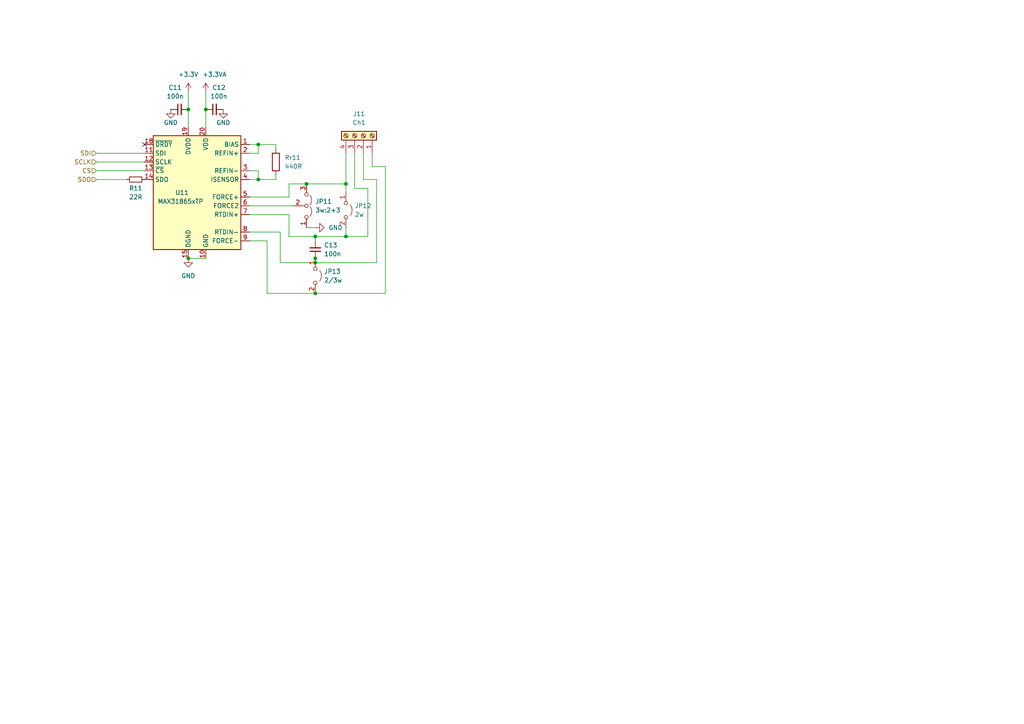
<source format=kicad_sch>
(kicad_sch (version 20211123) (generator eeschema)

  (uuid bf90393a-b609-488b-bc7b-dfc41c41c471)

  (paper "A4")

  (lib_symbols
    (symbol "Connector:Screw_Terminal_01x04" (pin_names (offset 1.016) hide) (in_bom yes) (on_board yes)
      (property "Reference" "J" (id 0) (at 0 5.08 0)
        (effects (font (size 1.27 1.27)))
      )
      (property "Value" "Screw_Terminal_01x04" (id 1) (at 0 -7.62 0)
        (effects (font (size 1.27 1.27)))
      )
      (property "Footprint" "" (id 2) (at 0 0 0)
        (effects (font (size 1.27 1.27)) hide)
      )
      (property "Datasheet" "~" (id 3) (at 0 0 0)
        (effects (font (size 1.27 1.27)) hide)
      )
      (property "ki_keywords" "screw terminal" (id 4) (at 0 0 0)
        (effects (font (size 1.27 1.27)) hide)
      )
      (property "ki_description" "Generic screw terminal, single row, 01x04, script generated (kicad-library-utils/schlib/autogen/connector/)" (id 5) (at 0 0 0)
        (effects (font (size 1.27 1.27)) hide)
      )
      (property "ki_fp_filters" "TerminalBlock*:*" (id 6) (at 0 0 0)
        (effects (font (size 1.27 1.27)) hide)
      )
      (symbol "Screw_Terminal_01x04_1_1"
        (rectangle (start -1.27 3.81) (end 1.27 -6.35)
          (stroke (width 0.254) (type default) (color 0 0 0 0))
          (fill (type background))
        )
        (circle (center 0 -5.08) (radius 0.635)
          (stroke (width 0.1524) (type default) (color 0 0 0 0))
          (fill (type none))
        )
        (circle (center 0 -2.54) (radius 0.635)
          (stroke (width 0.1524) (type default) (color 0 0 0 0))
          (fill (type none))
        )
        (polyline
          (pts
            (xy -0.5334 -4.7498)
            (xy 0.3302 -5.588)
          )
          (stroke (width 0.1524) (type default) (color 0 0 0 0))
          (fill (type none))
        )
        (polyline
          (pts
            (xy -0.5334 -2.2098)
            (xy 0.3302 -3.048)
          )
          (stroke (width 0.1524) (type default) (color 0 0 0 0))
          (fill (type none))
        )
        (polyline
          (pts
            (xy -0.5334 0.3302)
            (xy 0.3302 -0.508)
          )
          (stroke (width 0.1524) (type default) (color 0 0 0 0))
          (fill (type none))
        )
        (polyline
          (pts
            (xy -0.5334 2.8702)
            (xy 0.3302 2.032)
          )
          (stroke (width 0.1524) (type default) (color 0 0 0 0))
          (fill (type none))
        )
        (polyline
          (pts
            (xy -0.3556 -4.572)
            (xy 0.508 -5.4102)
          )
          (stroke (width 0.1524) (type default) (color 0 0 0 0))
          (fill (type none))
        )
        (polyline
          (pts
            (xy -0.3556 -2.032)
            (xy 0.508 -2.8702)
          )
          (stroke (width 0.1524) (type default) (color 0 0 0 0))
          (fill (type none))
        )
        (polyline
          (pts
            (xy -0.3556 0.508)
            (xy 0.508 -0.3302)
          )
          (stroke (width 0.1524) (type default) (color 0 0 0 0))
          (fill (type none))
        )
        (polyline
          (pts
            (xy -0.3556 3.048)
            (xy 0.508 2.2098)
          )
          (stroke (width 0.1524) (type default) (color 0 0 0 0))
          (fill (type none))
        )
        (circle (center 0 0) (radius 0.635)
          (stroke (width 0.1524) (type default) (color 0 0 0 0))
          (fill (type none))
        )
        (circle (center 0 2.54) (radius 0.635)
          (stroke (width 0.1524) (type default) (color 0 0 0 0))
          (fill (type none))
        )
        (pin passive line (at -5.08 2.54 0) (length 3.81)
          (name "Pin_1" (effects (font (size 1.27 1.27))))
          (number "1" (effects (font (size 1.27 1.27))))
        )
        (pin passive line (at -5.08 0 0) (length 3.81)
          (name "Pin_2" (effects (font (size 1.27 1.27))))
          (number "2" (effects (font (size 1.27 1.27))))
        )
        (pin passive line (at -5.08 -2.54 0) (length 3.81)
          (name "Pin_3" (effects (font (size 1.27 1.27))))
          (number "3" (effects (font (size 1.27 1.27))))
        )
        (pin passive line (at -5.08 -5.08 0) (length 3.81)
          (name "Pin_4" (effects (font (size 1.27 1.27))))
          (number "4" (effects (font (size 1.27 1.27))))
        )
      )
    )
    (symbol "Device:C_Small" (pin_numbers hide) (pin_names (offset 0.254) hide) (in_bom yes) (on_board yes)
      (property "Reference" "C" (id 0) (at 0.254 1.778 0)
        (effects (font (size 1.27 1.27)) (justify left))
      )
      (property "Value" "C_Small" (id 1) (at 0.254 -2.032 0)
        (effects (font (size 1.27 1.27)) (justify left))
      )
      (property "Footprint" "" (id 2) (at 0 0 0)
        (effects (font (size 1.27 1.27)) hide)
      )
      (property "Datasheet" "~" (id 3) (at 0 0 0)
        (effects (font (size 1.27 1.27)) hide)
      )
      (property "ki_keywords" "capacitor cap" (id 4) (at 0 0 0)
        (effects (font (size 1.27 1.27)) hide)
      )
      (property "ki_description" "Unpolarized capacitor, small symbol" (id 5) (at 0 0 0)
        (effects (font (size 1.27 1.27)) hide)
      )
      (property "ki_fp_filters" "C_*" (id 6) (at 0 0 0)
        (effects (font (size 1.27 1.27)) hide)
      )
      (symbol "C_Small_0_1"
        (polyline
          (pts
            (xy -1.524 -0.508)
            (xy 1.524 -0.508)
          )
          (stroke (width 0.3302) (type default) (color 0 0 0 0))
          (fill (type none))
        )
        (polyline
          (pts
            (xy -1.524 0.508)
            (xy 1.524 0.508)
          )
          (stroke (width 0.3048) (type default) (color 0 0 0 0))
          (fill (type none))
        )
      )
      (symbol "C_Small_1_1"
        (pin passive line (at 0 2.54 270) (length 2.032)
          (name "~" (effects (font (size 1.27 1.27))))
          (number "1" (effects (font (size 1.27 1.27))))
        )
        (pin passive line (at 0 -2.54 90) (length 2.032)
          (name "~" (effects (font (size 1.27 1.27))))
          (number "2" (effects (font (size 1.27 1.27))))
        )
      )
    )
    (symbol "Device:R" (pin_numbers hide) (pin_names (offset 0)) (in_bom yes) (on_board yes)
      (property "Reference" "R" (id 0) (at 2.032 0 90)
        (effects (font (size 1.27 1.27)))
      )
      (property "Value" "R" (id 1) (at 0 0 90)
        (effects (font (size 1.27 1.27)))
      )
      (property "Footprint" "" (id 2) (at -1.778 0 90)
        (effects (font (size 1.27 1.27)) hide)
      )
      (property "Datasheet" "~" (id 3) (at 0 0 0)
        (effects (font (size 1.27 1.27)) hide)
      )
      (property "ki_keywords" "R res resistor" (id 4) (at 0 0 0)
        (effects (font (size 1.27 1.27)) hide)
      )
      (property "ki_description" "Resistor" (id 5) (at 0 0 0)
        (effects (font (size 1.27 1.27)) hide)
      )
      (property "ki_fp_filters" "R_*" (id 6) (at 0 0 0)
        (effects (font (size 1.27 1.27)) hide)
      )
      (symbol "R_0_1"
        (rectangle (start -1.016 -2.54) (end 1.016 2.54)
          (stroke (width 0.254) (type default) (color 0 0 0 0))
          (fill (type none))
        )
      )
      (symbol "R_1_1"
        (pin passive line (at 0 3.81 270) (length 1.27)
          (name "~" (effects (font (size 1.27 1.27))))
          (number "1" (effects (font (size 1.27 1.27))))
        )
        (pin passive line (at 0 -3.81 90) (length 1.27)
          (name "~" (effects (font (size 1.27 1.27))))
          (number "2" (effects (font (size 1.27 1.27))))
        )
      )
    )
    (symbol "Device:R_Small" (pin_numbers hide) (pin_names (offset 0.254) hide) (in_bom yes) (on_board yes)
      (property "Reference" "R" (id 0) (at 0.762 0.508 0)
        (effects (font (size 1.27 1.27)) (justify left))
      )
      (property "Value" "R_Small" (id 1) (at 0.762 -1.016 0)
        (effects (font (size 1.27 1.27)) (justify left))
      )
      (property "Footprint" "" (id 2) (at 0 0 0)
        (effects (font (size 1.27 1.27)) hide)
      )
      (property "Datasheet" "~" (id 3) (at 0 0 0)
        (effects (font (size 1.27 1.27)) hide)
      )
      (property "ki_keywords" "R resistor" (id 4) (at 0 0 0)
        (effects (font (size 1.27 1.27)) hide)
      )
      (property "ki_description" "Resistor, small symbol" (id 5) (at 0 0 0)
        (effects (font (size 1.27 1.27)) hide)
      )
      (property "ki_fp_filters" "R_*" (id 6) (at 0 0 0)
        (effects (font (size 1.27 1.27)) hide)
      )
      (symbol "R_Small_0_1"
        (rectangle (start -0.762 1.778) (end 0.762 -1.778)
          (stroke (width 0.2032) (type default) (color 0 0 0 0))
          (fill (type none))
        )
      )
      (symbol "R_Small_1_1"
        (pin passive line (at 0 2.54 270) (length 0.762)
          (name "~" (effects (font (size 1.27 1.27))))
          (number "1" (effects (font (size 1.27 1.27))))
        )
        (pin passive line (at 0 -2.54 90) (length 0.762)
          (name "~" (effects (font (size 1.27 1.27))))
          (number "2" (effects (font (size 1.27 1.27))))
        )
      )
    )
    (symbol "Jumper:Jumper_2_Open" (pin_names (offset 0) hide) (in_bom yes) (on_board yes)
      (property "Reference" "JP" (id 0) (at 0 2.794 0)
        (effects (font (size 1.27 1.27)))
      )
      (property "Value" "Jumper_2_Open" (id 1) (at 0 -2.286 0)
        (effects (font (size 1.27 1.27)))
      )
      (property "Footprint" "" (id 2) (at 0 0 0)
        (effects (font (size 1.27 1.27)) hide)
      )
      (property "Datasheet" "~" (id 3) (at 0 0 0)
        (effects (font (size 1.27 1.27)) hide)
      )
      (property "ki_keywords" "Jumper SPST" (id 4) (at 0 0 0)
        (effects (font (size 1.27 1.27)) hide)
      )
      (property "ki_description" "Jumper, 2-pole, open" (id 5) (at 0 0 0)
        (effects (font (size 1.27 1.27)) hide)
      )
      (property "ki_fp_filters" "Jumper* TestPoint*2Pads* TestPoint*Bridge*" (id 6) (at 0 0 0)
        (effects (font (size 1.27 1.27)) hide)
      )
      (symbol "Jumper_2_Open_0_0"
        (circle (center -2.032 0) (radius 0.508)
          (stroke (width 0) (type default) (color 0 0 0 0))
          (fill (type none))
        )
        (circle (center 2.032 0) (radius 0.508)
          (stroke (width 0) (type default) (color 0 0 0 0))
          (fill (type none))
        )
      )
      (symbol "Jumper_2_Open_0_1"
        (arc (start 1.524 1.27) (mid 0 1.778) (end -1.524 1.27)
          (stroke (width 0) (type default) (color 0 0 0 0))
          (fill (type none))
        )
      )
      (symbol "Jumper_2_Open_1_1"
        (pin passive line (at -5.08 0 0) (length 2.54)
          (name "A" (effects (font (size 1.27 1.27))))
          (number "1" (effects (font (size 1.27 1.27))))
        )
        (pin passive line (at 5.08 0 180) (length 2.54)
          (name "B" (effects (font (size 1.27 1.27))))
          (number "2" (effects (font (size 1.27 1.27))))
        )
      )
    )
    (symbol "Jumper:Jumper_3_Open" (pin_names (offset 0) hide) (in_bom yes) (on_board yes)
      (property "Reference" "JP" (id 0) (at -2.54 -2.54 0)
        (effects (font (size 1.27 1.27)))
      )
      (property "Value" "Jumper_3_Open" (id 1) (at 0 2.794 0)
        (effects (font (size 1.27 1.27)))
      )
      (property "Footprint" "" (id 2) (at 0 0 0)
        (effects (font (size 1.27 1.27)) hide)
      )
      (property "Datasheet" "~" (id 3) (at 0 0 0)
        (effects (font (size 1.27 1.27)) hide)
      )
      (property "ki_keywords" "Jumper SPDT" (id 4) (at 0 0 0)
        (effects (font (size 1.27 1.27)) hide)
      )
      (property "ki_description" "Jumper, 3-pole, both open" (id 5) (at 0 0 0)
        (effects (font (size 1.27 1.27)) hide)
      )
      (property "ki_fp_filters" "Jumper* TestPoint*3Pads* TestPoint*Bridge*" (id 6) (at 0 0 0)
        (effects (font (size 1.27 1.27)) hide)
      )
      (symbol "Jumper_3_Open_0_0"
        (circle (center -3.302 0) (radius 0.508)
          (stroke (width 0) (type default) (color 0 0 0 0))
          (fill (type none))
        )
        (circle (center 0 0) (radius 0.508)
          (stroke (width 0) (type default) (color 0 0 0 0))
          (fill (type none))
        )
        (circle (center 3.302 0) (radius 0.508)
          (stroke (width 0) (type default) (color 0 0 0 0))
          (fill (type none))
        )
      )
      (symbol "Jumper_3_Open_0_1"
        (arc (start -0.254 1.016) (mid -1.651 1.4992) (end -3.048 1.016)
          (stroke (width 0) (type default) (color 0 0 0 0))
          (fill (type none))
        )
        (polyline
          (pts
            (xy 0 -0.508)
            (xy 0 -1.27)
          )
          (stroke (width 0) (type default) (color 0 0 0 0))
          (fill (type none))
        )
        (arc (start 3.048 1.016) (mid 1.651 1.4992) (end 0.254 1.016)
          (stroke (width 0) (type default) (color 0 0 0 0))
          (fill (type none))
        )
      )
      (symbol "Jumper_3_Open_1_1"
        (pin passive line (at -6.35 0 0) (length 2.54)
          (name "A" (effects (font (size 1.27 1.27))))
          (number "1" (effects (font (size 1.27 1.27))))
        )
        (pin passive line (at 0 -3.81 90) (length 2.54)
          (name "C" (effects (font (size 1.27 1.27))))
          (number "2" (effects (font (size 1.27 1.27))))
        )
        (pin passive line (at 6.35 0 180) (length 2.54)
          (name "B" (effects (font (size 1.27 1.27))))
          (number "3" (effects (font (size 1.27 1.27))))
        )
      )
    )
    (symbol "Sensor_Temperature:MAX31865xTP" (in_bom yes) (on_board yes)
      (property "Reference" "U" (id 0) (at -11.43 19.05 0)
        (effects (font (size 1.27 1.27)))
      )
      (property "Value" "MAX31865xTP" (id 1) (at 10.16 19.05 0)
        (effects (font (size 1.27 1.27)))
      )
      (property "Footprint" "Package_DFN_QFN:TQFN-20-1EP_5x5mm_P0.65mm_EP3.25x3.25mm" (id 2) (at 3.81 -16.51 0)
        (effects (font (size 1.27 1.27)) (justify left) hide)
      )
      (property "Datasheet" "https://datasheets.maximintegrated.com/en/ds/MAX31865.pdf" (id 3) (at 0 7.62 0)
        (effects (font (size 1.27 1.27)) hide)
      )
      (property "ki_keywords" "RTD SPI Temperature" (id 4) (at 0 0 0)
        (effects (font (size 1.27 1.27)) hide)
      )
      (property "ki_description" "RTD-to-Digital Converter, TQFN-20" (id 5) (at 0 0 0)
        (effects (font (size 1.27 1.27)) hide)
      )
      (property "ki_fp_filters" "TQFN*1EP*5x5mm*P0.65mm*" (id 6) (at 0 0 0)
        (effects (font (size 1.27 1.27)) hide)
      )
      (symbol "MAX31865xTP_0_1"
        (rectangle (start -12.7 17.78) (end 12.7 -15.24)
          (stroke (width 0.254) (type default) (color 0 0 0 0))
          (fill (type background))
        )
      )
      (symbol "MAX31865xTP_1_1"
        (pin power_out line (at 15.24 15.24 180) (length 2.54)
          (name "BIAS" (effects (font (size 1.27 1.27))))
          (number "1" (effects (font (size 1.27 1.27))))
        )
        (pin power_in line (at 2.54 -17.78 90) (length 2.54)
          (name "GND" (effects (font (size 1.27 1.27))))
          (number "10" (effects (font (size 1.27 1.27))))
        )
        (pin input line (at -15.24 12.7 0) (length 2.54)
          (name "SDI" (effects (font (size 1.27 1.27))))
          (number "11" (effects (font (size 1.27 1.27))))
        )
        (pin input line (at -15.24 10.16 0) (length 2.54)
          (name "SCLK" (effects (font (size 1.27 1.27))))
          (number "12" (effects (font (size 1.27 1.27))))
        )
        (pin input line (at -15.24 7.62 0) (length 2.54)
          (name "~{CS}" (effects (font (size 1.27 1.27))))
          (number "13" (effects (font (size 1.27 1.27))))
        )
        (pin tri_state line (at -15.24 5.08 0) (length 2.54)
          (name "SDO" (effects (font (size 1.27 1.27))))
          (number "14" (effects (font (size 1.27 1.27))))
        )
        (pin power_in line (at -2.54 -17.78 90) (length 2.54)
          (name "DGND" (effects (font (size 1.27 1.27))))
          (number "15" (effects (font (size 1.27 1.27))))
        )
        (pin passive line (at 2.54 -17.78 90) (length 2.54) hide
          (name "GND" (effects (font (size 1.27 1.27))))
          (number "16" (effects (font (size 1.27 1.27))))
        )
        (pin no_connect line (at -12.7 -2.54 0) (length 2.54) hide
          (name "NC" (effects (font (size 1.27 1.27))))
          (number "17" (effects (font (size 1.27 1.27))))
        )
        (pin output line (at -15.24 15.24 0) (length 2.54)
          (name "~{DRDY}" (effects (font (size 1.27 1.27))))
          (number "18" (effects (font (size 1.27 1.27))))
        )
        (pin power_in line (at -2.54 20.32 270) (length 2.54)
          (name "DVDD" (effects (font (size 1.27 1.27))))
          (number "19" (effects (font (size 1.27 1.27))))
        )
        (pin input line (at 15.24 12.7 180) (length 2.54)
          (name "REFIN+" (effects (font (size 1.27 1.27))))
          (number "2" (effects (font (size 1.27 1.27))))
        )
        (pin power_in line (at 2.54 20.32 270) (length 2.54)
          (name "VDD" (effects (font (size 1.27 1.27))))
          (number "20" (effects (font (size 1.27 1.27))))
        )
        (pin passive line (at 2.54 -17.78 90) (length 2.54) hide
          (name "GND" (effects (font (size 1.27 1.27))))
          (number "21" (effects (font (size 1.27 1.27))))
        )
        (pin input line (at 15.24 7.62 180) (length 2.54)
          (name "REFIN-" (effects (font (size 1.27 1.27))))
          (number "3" (effects (font (size 1.27 1.27))))
        )
        (pin passive line (at 15.24 5.08 180) (length 2.54)
          (name "ISENSOR" (effects (font (size 1.27 1.27))))
          (number "4" (effects (font (size 1.27 1.27))))
        )
        (pin passive line (at 15.24 0 180) (length 2.54)
          (name "FORCE+" (effects (font (size 1.27 1.27))))
          (number "5" (effects (font (size 1.27 1.27))))
        )
        (pin input line (at 15.24 -2.54 180) (length 2.54)
          (name "FORCE2" (effects (font (size 1.27 1.27))))
          (number "6" (effects (font (size 1.27 1.27))))
        )
        (pin input line (at 15.24 -5.08 180) (length 2.54)
          (name "RTDIN+" (effects (font (size 1.27 1.27))))
          (number "7" (effects (font (size 1.27 1.27))))
        )
        (pin input line (at 15.24 -10.16 180) (length 2.54)
          (name "RTDIN-" (effects (font (size 1.27 1.27))))
          (number "8" (effects (font (size 1.27 1.27))))
        )
        (pin power_out line (at 15.24 -12.7 180) (length 2.54)
          (name "FORCE-" (effects (font (size 1.27 1.27))))
          (number "9" (effects (font (size 1.27 1.27))))
        )
      )
    )
    (symbol "power:+3.3V" (power) (pin_names (offset 0)) (in_bom yes) (on_board yes)
      (property "Reference" "#PWR" (id 0) (at 0 -3.81 0)
        (effects (font (size 1.27 1.27)) hide)
      )
      (property "Value" "+3.3V" (id 1) (at 0 3.556 0)
        (effects (font (size 1.27 1.27)))
      )
      (property "Footprint" "" (id 2) (at 0 0 0)
        (effects (font (size 1.27 1.27)) hide)
      )
      (property "Datasheet" "" (id 3) (at 0 0 0)
        (effects (font (size 1.27 1.27)) hide)
      )
      (property "ki_keywords" "power-flag" (id 4) (at 0 0 0)
        (effects (font (size 1.27 1.27)) hide)
      )
      (property "ki_description" "Power symbol creates a global label with name \"+3.3V\"" (id 5) (at 0 0 0)
        (effects (font (size 1.27 1.27)) hide)
      )
      (symbol "+3.3V_0_1"
        (polyline
          (pts
            (xy -0.762 1.27)
            (xy 0 2.54)
          )
          (stroke (width 0) (type default) (color 0 0 0 0))
          (fill (type none))
        )
        (polyline
          (pts
            (xy 0 0)
            (xy 0 2.54)
          )
          (stroke (width 0) (type default) (color 0 0 0 0))
          (fill (type none))
        )
        (polyline
          (pts
            (xy 0 2.54)
            (xy 0.762 1.27)
          )
          (stroke (width 0) (type default) (color 0 0 0 0))
          (fill (type none))
        )
      )
      (symbol "+3.3V_1_1"
        (pin power_in line (at 0 0 90) (length 0) hide
          (name "+3.3V" (effects (font (size 1.27 1.27))))
          (number "1" (effects (font (size 1.27 1.27))))
        )
      )
    )
    (symbol "power:+3.3VA" (power) (pin_names (offset 0)) (in_bom yes) (on_board yes)
      (property "Reference" "#PWR" (id 0) (at 0 -3.81 0)
        (effects (font (size 1.27 1.27)) hide)
      )
      (property "Value" "+3.3VA" (id 1) (at 0 3.556 0)
        (effects (font (size 1.27 1.27)))
      )
      (property "Footprint" "" (id 2) (at 0 0 0)
        (effects (font (size 1.27 1.27)) hide)
      )
      (property "Datasheet" "" (id 3) (at 0 0 0)
        (effects (font (size 1.27 1.27)) hide)
      )
      (property "ki_keywords" "power-flag" (id 4) (at 0 0 0)
        (effects (font (size 1.27 1.27)) hide)
      )
      (property "ki_description" "Power symbol creates a global label with name \"+3.3VA\"" (id 5) (at 0 0 0)
        (effects (font (size 1.27 1.27)) hide)
      )
      (symbol "+3.3VA_0_1"
        (polyline
          (pts
            (xy -0.762 1.27)
            (xy 0 2.54)
          )
          (stroke (width 0) (type default) (color 0 0 0 0))
          (fill (type none))
        )
        (polyline
          (pts
            (xy 0 0)
            (xy 0 2.54)
          )
          (stroke (width 0) (type default) (color 0 0 0 0))
          (fill (type none))
        )
        (polyline
          (pts
            (xy 0 2.54)
            (xy 0.762 1.27)
          )
          (stroke (width 0) (type default) (color 0 0 0 0))
          (fill (type none))
        )
      )
      (symbol "+3.3VA_1_1"
        (pin power_in line (at 0 0 90) (length 0) hide
          (name "+3.3VA" (effects (font (size 1.27 1.27))))
          (number "1" (effects (font (size 1.27 1.27))))
        )
      )
    )
    (symbol "power:GND" (power) (pin_names (offset 0)) (in_bom yes) (on_board yes)
      (property "Reference" "#PWR" (id 0) (at 0 -6.35 0)
        (effects (font (size 1.27 1.27)) hide)
      )
      (property "Value" "GND" (id 1) (at 0 -3.81 0)
        (effects (font (size 1.27 1.27)))
      )
      (property "Footprint" "" (id 2) (at 0 0 0)
        (effects (font (size 1.27 1.27)) hide)
      )
      (property "Datasheet" "" (id 3) (at 0 0 0)
        (effects (font (size 1.27 1.27)) hide)
      )
      (property "ki_keywords" "power-flag" (id 4) (at 0 0 0)
        (effects (font (size 1.27 1.27)) hide)
      )
      (property "ki_description" "Power symbol creates a global label with name \"GND\" , ground" (id 5) (at 0 0 0)
        (effects (font (size 1.27 1.27)) hide)
      )
      (symbol "GND_0_1"
        (polyline
          (pts
            (xy 0 0)
            (xy 0 -1.27)
            (xy 1.27 -1.27)
            (xy 0 -2.54)
            (xy -1.27 -1.27)
            (xy 0 -1.27)
          )
          (stroke (width 0) (type default) (color 0 0 0 0))
          (fill (type none))
        )
      )
      (symbol "GND_1_1"
        (pin power_in line (at 0 0 270) (length 0) hide
          (name "GND" (effects (font (size 1.27 1.27))))
          (number "1" (effects (font (size 1.27 1.27))))
        )
      )
    )
  )

  (junction (at 91.44 76.2) (diameter 0) (color 0 0 0 0)
    (uuid 0a94c809-f81f-4e3a-a4ef-640e3a1bc8d5)
  )
  (junction (at 54.61 74.93) (diameter 0) (color 0 0 0 0)
    (uuid 0f5609e9-a793-479a-90c4-b56fa6eaf48b)
  )
  (junction (at 59.69 31.75) (diameter 0) (color 0 0 0 0)
    (uuid 1736d52b-53e0-4296-9a43-6c1ae7af01b1)
  )
  (junction (at 100.33 68.58) (diameter 0) (color 0 0 0 0)
    (uuid 3c9dc5e9-b9fe-411e-b955-2e348adec4f8)
  )
  (junction (at 88.9 53.34) (diameter 0) (color 0 0 0 0)
    (uuid 44330437-16f9-44b9-8dae-bef1e08bc297)
  )
  (junction (at 91.44 68.58) (diameter 0) (color 0 0 0 0)
    (uuid 6f82912a-1640-435a-b949-d690de07b2bd)
  )
  (junction (at 74.93 41.91) (diameter 0) (color 0 0 0 0)
    (uuid 717147b1-abcb-4a42-bdbf-cf244d720cb6)
  )
  (junction (at 54.61 31.75) (diameter 0) (color 0 0 0 0)
    (uuid 74928482-b4b7-46a0-a319-f7d2a266fcba)
  )
  (junction (at 100.33 53.34) (diameter 0) (color 0 0 0 0)
    (uuid 7a5ff0dc-e0c0-4a85-8299-8104db1d59f8)
  )
  (junction (at 91.44 85.09) (diameter 0) (color 0 0 0 0)
    (uuid 8f0b7471-9c19-4460-a56f-6788a9f1bd6e)
  )
  (junction (at 91.44 74.93) (diameter 0) (color 0 0 0 0)
    (uuid a565a1b7-2c03-4dfa-acb9-11ec8009a121)
  )
  (junction (at 74.93 52.07) (diameter 0) (color 0 0 0 0)
    (uuid ad23efdd-97d3-4b62-a111-26c878996251)
  )

  (no_connect (at 41.91 41.91) (uuid 7dc8e084-2445-48c4-90fc-eb10bf4aacdf))

  (wire (pts (xy 100.33 53.34) (xy 100.33 55.88))
    (stroke (width 0) (type default) (color 0 0 0 0))
    (uuid 01c7e590-e572-4c58-b3ef-5c9eb553c62f)
  )
  (wire (pts (xy 91.44 76.2) (xy 109.22 76.2))
    (stroke (width 0) (type default) (color 0 0 0 0))
    (uuid 0216fefb-3919-4c76-b244-579789b7ed99)
  )
  (wire (pts (xy 80.01 52.07) (xy 74.93 52.07))
    (stroke (width 0) (type default) (color 0 0 0 0))
    (uuid 08b2a568-2618-4cde-9d09-7452b8ffad48)
  )
  (wire (pts (xy 59.69 31.75) (xy 59.69 36.83))
    (stroke (width 0) (type default) (color 0 0 0 0))
    (uuid 0b0c5191-0c9e-4a03-b7fd-396290f4d93e)
  )
  (wire (pts (xy 54.61 26.67) (xy 54.61 31.75))
    (stroke (width 0) (type default) (color 0 0 0 0))
    (uuid 12712fc7-87af-4e76-aced-70c8595996b3)
  )
  (wire (pts (xy 27.94 52.07) (xy 36.83 52.07))
    (stroke (width 0) (type default) (color 0 0 0 0))
    (uuid 23c1735f-66de-4b8c-bb8c-adf0240c843b)
  )
  (wire (pts (xy 27.94 46.99) (xy 41.91 46.99))
    (stroke (width 0) (type default) (color 0 0 0 0))
    (uuid 26c4a8d5-883e-42dc-94fa-3f9d99289205)
  )
  (wire (pts (xy 91.44 68.58) (xy 100.33 68.58))
    (stroke (width 0) (type default) (color 0 0 0 0))
    (uuid 28c05577-a0ca-4596-b3d7-1e3e683919d9)
  )
  (wire (pts (xy 111.76 48.26) (xy 107.95 48.26))
    (stroke (width 0) (type default) (color 0 0 0 0))
    (uuid 2b7eb506-b5ef-4edd-be68-c5958ef5828b)
  )
  (wire (pts (xy 83.82 62.23) (xy 83.82 68.58))
    (stroke (width 0) (type default) (color 0 0 0 0))
    (uuid 31145804-0fa9-4ad9-b27d-0169bab970be)
  )
  (wire (pts (xy 77.47 85.09) (xy 91.44 85.09))
    (stroke (width 0) (type default) (color 0 0 0 0))
    (uuid 44bdd448-6c80-486a-aa37-ab48d2cd0fb4)
  )
  (wire (pts (xy 106.68 68.58) (xy 106.68 54.61))
    (stroke (width 0) (type default) (color 0 0 0 0))
    (uuid 4d2420be-c342-429b-8c2e-aae68ffa64dd)
  )
  (wire (pts (xy 72.39 69.85) (xy 77.47 69.85))
    (stroke (width 0) (type default) (color 0 0 0 0))
    (uuid 4ef95cb8-2e04-4b4b-bf08-52769b0fc15b)
  )
  (wire (pts (xy 91.44 66.04) (xy 88.9 66.04))
    (stroke (width 0) (type default) (color 0 0 0 0))
    (uuid 5802ce44-f51e-4394-b7c6-3d9cfebfd722)
  )
  (wire (pts (xy 109.22 76.2) (xy 109.22 52.07))
    (stroke (width 0) (type default) (color 0 0 0 0))
    (uuid 5a296698-0cce-48f4-9116-cd70919633cd)
  )
  (wire (pts (xy 83.82 68.58) (xy 91.44 68.58))
    (stroke (width 0) (type default) (color 0 0 0 0))
    (uuid 60ba5ad0-68f2-4b39-9aa0-bf3055601af1)
  )
  (wire (pts (xy 72.39 62.23) (xy 83.82 62.23))
    (stroke (width 0) (type default) (color 0 0 0 0))
    (uuid 60e67881-c213-438a-b9d5-2ab8227c2e96)
  )
  (wire (pts (xy 81.28 67.31) (xy 81.28 76.2))
    (stroke (width 0) (type default) (color 0 0 0 0))
    (uuid 64599969-3692-4c2b-9436-6ad413c80570)
  )
  (wire (pts (xy 91.44 69.85) (xy 91.44 68.58))
    (stroke (width 0) (type default) (color 0 0 0 0))
    (uuid 649cef6a-138c-42b0-bf95-b91939442972)
  )
  (wire (pts (xy 74.93 49.53) (xy 74.93 52.07))
    (stroke (width 0) (type default) (color 0 0 0 0))
    (uuid 65ab8187-8e7c-46ab-ba44-a57e860e3ac1)
  )
  (wire (pts (xy 88.9 53.34) (xy 100.33 53.34))
    (stroke (width 0) (type default) (color 0 0 0 0))
    (uuid 65b81aeb-9259-4ad9-93d6-dcc5f8314ba4)
  )
  (wire (pts (xy 100.33 44.45) (xy 100.33 53.34))
    (stroke (width 0) (type default) (color 0 0 0 0))
    (uuid 6bd80e2c-2c84-4c14-8743-8b7346fa357b)
  )
  (wire (pts (xy 59.69 26.67) (xy 59.69 31.75))
    (stroke (width 0) (type default) (color 0 0 0 0))
    (uuid 70e404d1-ff03-40c5-8e11-0fbede7e0903)
  )
  (wire (pts (xy 27.94 44.45) (xy 41.91 44.45))
    (stroke (width 0) (type default) (color 0 0 0 0))
    (uuid 737f926f-7a0f-4078-a2ae-2bbeb6850aa4)
  )
  (wire (pts (xy 72.39 49.53) (xy 74.93 49.53))
    (stroke (width 0) (type default) (color 0 0 0 0))
    (uuid 79924edb-6ba6-49a7-a3ce-9f30cd88cfb7)
  )
  (wire (pts (xy 80.01 41.91) (xy 80.01 43.18))
    (stroke (width 0) (type default) (color 0 0 0 0))
    (uuid 7d12aaf8-a225-453a-a3b8-3574ed4014a2)
  )
  (wire (pts (xy 83.82 53.34) (xy 88.9 53.34))
    (stroke (width 0) (type default) (color 0 0 0 0))
    (uuid 7d3d0bb3-8102-4ec7-b521-8ecb2edc1784)
  )
  (wire (pts (xy 91.44 85.09) (xy 111.76 85.09))
    (stroke (width 0) (type default) (color 0 0 0 0))
    (uuid 831eef5f-e49c-4456-aece-a9227820df14)
  )
  (wire (pts (xy 106.68 54.61) (xy 102.87 54.61))
    (stroke (width 0) (type default) (color 0 0 0 0))
    (uuid 83c65a77-dc6b-47ac-96cd-71824ac2c254)
  )
  (wire (pts (xy 72.39 57.15) (xy 83.82 57.15))
    (stroke (width 0) (type default) (color 0 0 0 0))
    (uuid 83f91bc1-31fd-412d-b6f2-223c49781fc7)
  )
  (wire (pts (xy 74.93 52.07) (xy 72.39 52.07))
    (stroke (width 0) (type default) (color 0 0 0 0))
    (uuid 9375093d-2ddc-4fc3-88a8-e8a11075f041)
  )
  (wire (pts (xy 105.41 44.45) (xy 105.41 52.07))
    (stroke (width 0) (type default) (color 0 0 0 0))
    (uuid 9ac7b9c5-266f-448d-b631-7b7b9e4f0fda)
  )
  (wire (pts (xy 27.94 49.53) (xy 41.91 49.53))
    (stroke (width 0) (type default) (color 0 0 0 0))
    (uuid ad62d957-0f58-4108-bddc-2f2f17a8a129)
  )
  (wire (pts (xy 100.33 68.58) (xy 100.33 66.04))
    (stroke (width 0) (type default) (color 0 0 0 0))
    (uuid b14303ae-6ec0-4e29-a125-e9943629906d)
  )
  (wire (pts (xy 77.47 69.85) (xy 77.47 85.09))
    (stroke (width 0) (type default) (color 0 0 0 0))
    (uuid b78c24b6-9faa-413c-8beb-5fcc2d230af4)
  )
  (wire (pts (xy 111.76 85.09) (xy 111.76 48.26))
    (stroke (width 0) (type default) (color 0 0 0 0))
    (uuid bca2cd41-e869-4635-b4cd-b9ef9bd51b2c)
  )
  (wire (pts (xy 109.22 52.07) (xy 105.41 52.07))
    (stroke (width 0) (type default) (color 0 0 0 0))
    (uuid bcea13d8-bbaf-4094-99c2-13728a858d7b)
  )
  (wire (pts (xy 74.93 44.45) (xy 74.93 41.91))
    (stroke (width 0) (type default) (color 0 0 0 0))
    (uuid be87e4f5-118e-4728-b1b2-dbca4df14577)
  )
  (wire (pts (xy 80.01 50.8) (xy 80.01 52.07))
    (stroke (width 0) (type default) (color 0 0 0 0))
    (uuid c0ec7782-8d9f-425a-b53c-e961fb23533c)
  )
  (wire (pts (xy 54.61 74.93) (xy 59.69 74.93))
    (stroke (width 0) (type default) (color 0 0 0 0))
    (uuid c2b22416-4f8b-4d38-97fd-452d070c3938)
  )
  (wire (pts (xy 100.33 68.58) (xy 106.68 68.58))
    (stroke (width 0) (type default) (color 0 0 0 0))
    (uuid c356c8ea-446e-4c5e-ad07-7eb93176c647)
  )
  (wire (pts (xy 74.93 41.91) (xy 80.01 41.91))
    (stroke (width 0) (type default) (color 0 0 0 0))
    (uuid c8e17905-eb9c-4d03-922a-cb12c852b4cd)
  )
  (wire (pts (xy 72.39 67.31) (xy 81.28 67.31))
    (stroke (width 0) (type default) (color 0 0 0 0))
    (uuid c8e7c7ee-62cc-43ba-9256-c15b31747691)
  )
  (wire (pts (xy 72.39 59.69) (xy 85.09 59.69))
    (stroke (width 0) (type default) (color 0 0 0 0))
    (uuid d5151326-494b-426a-a0bf-fa18ac318130)
  )
  (wire (pts (xy 83.82 57.15) (xy 83.82 53.34))
    (stroke (width 0) (type default) (color 0 0 0 0))
    (uuid d961df42-7791-4555-bbb9-4016d91d6dc0)
  )
  (wire (pts (xy 72.39 44.45) (xy 74.93 44.45))
    (stroke (width 0) (type default) (color 0 0 0 0))
    (uuid dfe3fe4c-92ce-4ab7-9dcf-d1786ca9b987)
  )
  (wire (pts (xy 91.44 74.93) (xy 91.44 76.2))
    (stroke (width 0) (type default) (color 0 0 0 0))
    (uuid eaa51c9e-8a9e-408c-bd1f-0a0d9fe975fc)
  )
  (wire (pts (xy 107.95 48.26) (xy 107.95 44.45))
    (stroke (width 0) (type default) (color 0 0 0 0))
    (uuid ebad3487-6cad-47d2-872a-e9c42f363002)
  )
  (wire (pts (xy 72.39 41.91) (xy 74.93 41.91))
    (stroke (width 0) (type default) (color 0 0 0 0))
    (uuid fa75b541-36c4-49d8-89de-9967bea5c590)
  )
  (wire (pts (xy 54.61 31.75) (xy 54.61 36.83))
    (stroke (width 0) (type default) (color 0 0 0 0))
    (uuid fbffa699-fd0e-4a1d-915d-cf15e04566b0)
  )
  (wire (pts (xy 81.28 76.2) (xy 91.44 76.2))
    (stroke (width 0) (type default) (color 0 0 0 0))
    (uuid fd613af2-cb7e-408c-b196-7a12f0b5e628)
  )
  (wire (pts (xy 102.87 44.45) (xy 102.87 54.61))
    (stroke (width 0) (type default) (color 0 0 0 0))
    (uuid ffff2273-ba72-4c72-8255-6bb0080a92ca)
  )

  (hierarchical_label "CS" (shape input) (at 27.94 49.53 180)
    (effects (font (size 1.27 1.27)) (justify right))
    (uuid 16a5bd15-e5d7-46ae-9a37-72b485767e21)
  )
  (hierarchical_label "SDO" (shape input) (at 27.94 52.07 180)
    (effects (font (size 1.27 1.27)) (justify right))
    (uuid bd9ed788-a21a-4314-9d90-9cb896c5cb34)
  )
  (hierarchical_label "SDI" (shape input) (at 27.94 44.45 180)
    (effects (font (size 1.27 1.27)) (justify right))
    (uuid c7fcb910-eeea-4cb5-a700-8072fb64af53)
  )
  (hierarchical_label "SCLK" (shape input) (at 27.94 46.99 180)
    (effects (font (size 1.27 1.27)) (justify right))
    (uuid f3b97db6-7902-466d-b8c2-75fb8a638254)
  )

  (symbol (lib_id "power:+3.3V") (at 54.61 26.67 0) (unit 1)
    (in_bom yes) (on_board yes) (fields_autoplaced)
    (uuid 201bf9a1-f6e2-4cb8-9fa5-cf0a1e24b4bc)
    (property "Reference" "#PWR011" (id 0) (at 54.61 30.48 0)
      (effects (font (size 1.27 1.27)) hide)
    )
    (property "Value" "+3.3V" (id 1) (at 54.61 21.59 0))
    (property "Footprint" "" (id 2) (at 54.61 26.67 0)
      (effects (font (size 1.27 1.27)) hide)
    )
    (property "Datasheet" "" (id 3) (at 54.61 26.67 0)
      (effects (font (size 1.27 1.27)) hide)
    )
    (pin "1" (uuid 3f4868d2-ed15-431e-b382-f3b0f108d14b))
  )

  (symbol (lib_id "power:GND") (at 54.61 74.93 0) (unit 1)
    (in_bom yes) (on_board yes) (fields_autoplaced)
    (uuid 34eec657-c434-46ab-b746-b146d2518685)
    (property "Reference" "#PWR016" (id 0) (at 54.61 81.28 0)
      (effects (font (size 1.27 1.27)) hide)
    )
    (property "Value" "GND" (id 1) (at 54.61 80.01 0))
    (property "Footprint" "" (id 2) (at 54.61 74.93 0)
      (effects (font (size 1.27 1.27)) hide)
    )
    (property "Datasheet" "" (id 3) (at 54.61 74.93 0)
      (effects (font (size 1.27 1.27)) hide)
    )
    (pin "1" (uuid 2b85f91d-3dc7-4bc7-8cb3-7c659e5c2bcc))
  )

  (symbol (lib_id "Device:R") (at 80.01 46.99 0) (unit 1)
    (in_bom yes) (on_board yes) (fields_autoplaced)
    (uuid 3a1f23f5-2658-4784-9e80-e6fd210fde5d)
    (property "Reference" "Rr11" (id 0) (at 82.55 45.7199 0)
      (effects (font (size 1.27 1.27)) (justify left))
    )
    (property "Value" "440R" (id 1) (at 82.55 48.2599 0)
      (effects (font (size 1.27 1.27)) (justify left))
    )
    (property "Footprint" "Resistor_SMD:R_0805_2012Metric_Pad1.20x1.40mm_HandSolder" (id 2) (at 78.232 46.99 90)
      (effects (font (size 1.27 1.27)) hide)
    )
    (property "Datasheet" "https://www.mouser.com/datasheet/2/315/AOA0000C328-1530132.pdf" (id 3) (at 80.01 46.99 0)
      (effects (font (size 1.27 1.27)) hide)
    )
    (property "Source URL" "https://www.mouser.com/ProductDetail/Panasonic/ERJ-PB6B4300V?qs=sGAEpiMZZMvdGkrng054t7cDzLmcuirt6i54bRlUQtjqD4mYBlURqw%3D%3D" (id 4) (at 80.01 46.99 0)
      (effects (font (size 1.27 1.27)) hide)
    )
    (pin "1" (uuid 211382f4-ad7c-4769-a5af-925b9e658df1))
    (pin "2" (uuid 21c2e4b6-55d8-425d-8aa3-656bd20eff19))
  )

  (symbol (lib_id "power:GND") (at 64.77 31.75 0) (unit 1)
    (in_bom yes) (on_board yes)
    (uuid 43bf43fb-5b45-4e80-a6ac-6bd534093516)
    (property "Reference" "#PWR014" (id 0) (at 64.77 38.1 0)
      (effects (font (size 1.27 1.27)) hide)
    )
    (property "Value" "GND" (id 1) (at 64.77 35.56 0))
    (property "Footprint" "" (id 2) (at 64.77 31.75 0)
      (effects (font (size 1.27 1.27)) hide)
    )
    (property "Datasheet" "" (id 3) (at 64.77 31.75 0)
      (effects (font (size 1.27 1.27)) hide)
    )
    (pin "1" (uuid cf2e21e3-6aed-4fa4-a75f-126968313e93))
  )

  (symbol (lib_id "power:+3.3VA") (at 59.69 26.67 0) (unit 1)
    (in_bom yes) (on_board yes)
    (uuid 4642103b-6e87-4db8-bb88-d5b34339eb4d)
    (property "Reference" "#PWR012" (id 0) (at 59.69 30.48 0)
      (effects (font (size 1.27 1.27)) hide)
    )
    (property "Value" "+3.3VA" (id 1) (at 62.23 21.59 0))
    (property "Footprint" "" (id 2) (at 59.69 26.67 0)
      (effects (font (size 1.27 1.27)) hide)
    )
    (property "Datasheet" "" (id 3) (at 59.69 26.67 0)
      (effects (font (size 1.27 1.27)) hide)
    )
    (pin "1" (uuid 86909c75-163f-4373-a746-baa252c1ba2d))
  )

  (symbol (lib_id "Jumper:Jumper_3_Open") (at 88.9 59.69 270) (mirror x) (unit 1)
    (in_bom yes) (on_board yes) (fields_autoplaced)
    (uuid 511e704b-947d-480f-8ebb-9d2f8fd329fc)
    (property "Reference" "JP11" (id 0) (at 91.44 58.4199 90)
      (effects (font (size 1.27 1.27)) (justify left))
    )
    (property "Value" "3w:2+3" (id 1) (at 91.44 60.9599 90)
      (effects (font (size 1.27 1.27)) (justify left))
    )
    (property "Footprint" "Connector_PinHeader_2.00mm:PinHeader_1x03_P2.00mm_Vertical" (id 2) (at 88.9 59.69 0)
      (effects (font (size 1.27 1.27)) hide)
    )
    (property "Datasheet" "~" (id 3) (at 88.9 59.69 0)
      (effects (font (size 1.27 1.27)) hide)
    )
    (property "Source URL" "use breakaway headers" (id 4) (at 88.9 59.69 0)
      (effects (font (size 1.27 1.27)) hide)
    )
    (pin "1" (uuid c541be59-5c82-4780-b15d-9e0fe132a857))
    (pin "2" (uuid 75442c4e-e66c-4b95-baf3-0001f3369f71))
    (pin "3" (uuid 10cb50c5-d294-49d6-927f-6d023f7ceb62))
  )

  (symbol (lib_id "Device:C_Small") (at 52.07 31.75 90) (unit 1)
    (in_bom yes) (on_board yes)
    (uuid 52e8122a-c444-4ea1-a112-828f8009258d)
    (property "Reference" "C11" (id 0) (at 50.8 25.4 90))
    (property "Value" "100n" (id 1) (at 50.8 27.94 90))
    (property "Footprint" "Capacitor_SMD:C_0805_2012Metric_Pad1.18x1.45mm_HandSolder" (id 2) (at 52.07 31.75 0)
      (effects (font (size 1.27 1.27)) hide)
    )
    (property "Datasheet" "https://www.mouser.com/datasheet/2/40/cx5r-776519.pdf" (id 3) (at 52.07 31.75 0)
      (effects (font (size 1.27 1.27)) hide)
    )
    (property "Source URL" "https://www.mouser.com/ProductDetail/KYOCERA-AVX/0805DD104KAT2A?qs=qVfB0%2FDaMDa6X8LeFyoDIw%3D%3D" (id 4) (at 52.07 31.75 0)
      (effects (font (size 1.27 1.27)) hide)
    )
    (pin "1" (uuid a8e048ae-cea0-4b59-9f13-634a588ddc3f))
    (pin "2" (uuid a3430a11-79c3-42f5-b65d-557e4f2e3cd2))
  )

  (symbol (lib_id "power:GND") (at 49.53 31.75 0) (unit 1)
    (in_bom yes) (on_board yes)
    (uuid 5f424efe-2d27-4932-b6c8-5fb66db62bb7)
    (property "Reference" "#PWR013" (id 0) (at 49.53 38.1 0)
      (effects (font (size 1.27 1.27)) hide)
    )
    (property "Value" "GND" (id 1) (at 49.53 35.56 0))
    (property "Footprint" "" (id 2) (at 49.53 31.75 0)
      (effects (font (size 1.27 1.27)) hide)
    )
    (property "Datasheet" "" (id 3) (at 49.53 31.75 0)
      (effects (font (size 1.27 1.27)) hide)
    )
    (pin "1" (uuid 7cb6924e-9839-448c-abeb-e2e5b94b424c))
  )

  (symbol (lib_id "power:GND") (at 91.44 66.04 90) (unit 1)
    (in_bom yes) (on_board yes) (fields_autoplaced)
    (uuid 67f2c317-3cb0-40ef-b55b-56d3f569962e)
    (property "Reference" "#PWR015" (id 0) (at 97.79 66.04 0)
      (effects (font (size 1.27 1.27)) hide)
    )
    (property "Value" "GND" (id 1) (at 95.25 66.0399 90)
      (effects (font (size 1.27 1.27)) (justify right))
    )
    (property "Footprint" "" (id 2) (at 91.44 66.04 0)
      (effects (font (size 1.27 1.27)) hide)
    )
    (property "Datasheet" "" (id 3) (at 91.44 66.04 0)
      (effects (font (size 1.27 1.27)) hide)
    )
    (pin "1" (uuid 7864a139-a027-40e7-94a5-2e5a6207564d))
  )

  (symbol (lib_id "Jumper:Jumper_2_Open") (at 100.33 60.96 270) (unit 1)
    (in_bom yes) (on_board yes) (fields_autoplaced)
    (uuid b7cc246e-921b-48d3-813e-8611bdde805d)
    (property "Reference" "JP12" (id 0) (at 102.87 59.6899 90)
      (effects (font (size 1.27 1.27)) (justify left))
    )
    (property "Value" "2w" (id 1) (at 102.87 62.2299 90)
      (effects (font (size 1.27 1.27)) (justify left))
    )
    (property "Footprint" "Connector_PinHeader_2.00mm:PinHeader_1x02_P2.00mm_Vertical" (id 2) (at 100.33 60.96 0)
      (effects (font (size 1.27 1.27)) hide)
    )
    (property "Datasheet" "https://cdn.amphenol-cs.com/media/wysiwyg/files/documentation/datasheet/boardwiretoboard/bwb_agilbrick_2_00mm_btb_header_g825.pdf" (id 3) (at 100.33 60.96 0)
      (effects (font (size 1.27 1.27)) hide)
    )
    (property "Source URL" "use breakaway headers" (id 4) (at 100.33 60.96 0)
      (effects (font (size 1.27 1.27)) hide)
    )
    (pin "1" (uuid 5afb830c-625e-4ceb-aba5-28530e2afa80))
    (pin "2" (uuid 0eac613e-f38b-4423-af24-46150034908d))
  )

  (symbol (lib_id "Device:C_Small") (at 62.23 31.75 90) (unit 1)
    (in_bom yes) (on_board yes)
    (uuid b8c7c9ea-3743-4cb4-a7a0-a5dbdf6ff448)
    (property "Reference" "C12" (id 0) (at 63.5 25.4 90))
    (property "Value" "100n" (id 1) (at 63.5 27.94 90))
    (property "Footprint" "Capacitor_SMD:C_0805_2012Metric_Pad1.18x1.45mm_HandSolder" (id 2) (at 62.23 31.75 0)
      (effects (font (size 1.27 1.27)) hide)
    )
    (property "Datasheet" "https://www.mouser.com/datasheet/2/40/cx5r-776519.pdf" (id 3) (at 62.23 31.75 0)
      (effects (font (size 1.27 1.27)) hide)
    )
    (property "Source URL" "https://www.mouser.com/ProductDetail/KYOCERA-AVX/0805DD104KAT2A?qs=qVfB0%2FDaMDa6X8LeFyoDIw%3D%3D" (id 4) (at 62.23 31.75 0)
      (effects (font (size 1.27 1.27)) hide)
    )
    (pin "1" (uuid 4fa7d387-b981-4abc-b154-78fb884fdb3c))
    (pin "2" (uuid 71f50c89-12d3-401b-b8ec-0cb6ad6093d5))
  )

  (symbol (lib_id "Device:R_Small") (at 39.37 52.07 90) (unit 1)
    (in_bom yes) (on_board yes)
    (uuid c3a362f4-b5f0-433e-9816-19aea802fe21)
    (property "Reference" "R11" (id 0) (at 39.37 54.61 90))
    (property "Value" "22R" (id 1) (at 39.37 57.15 90))
    (property "Footprint" "Resistor_SMD:R_0805_2012Metric_Pad1.20x1.40mm_HandSolder" (id 2) (at 39.37 52.07 0)
      (effects (font (size 1.27 1.27)) hide)
    )
    (property "Datasheet" "https://www.mouser.com/datasheet/2/348/sdr_e-3009658.pdf" (id 3) (at 39.37 52.07 0)
      (effects (font (size 1.27 1.27)) hide)
    )
    (property "Source URL" "https://www.mouser.com/ProductDetail/ROHM-Semiconductor/SDR10EZPJ220?qs=sGAEpiMZZMvdGkrng054t2cqbZCzJY7NDw0Xs38rGaFeqcyL79Zqrg%3D%3D" (id 4) (at 39.37 52.07 0)
      (effects (font (size 1.27 1.27)) hide)
    )
    (pin "1" (uuid 41924ad0-f840-43ed-b7ea-c2b00d71b437))
    (pin "2" (uuid 38438171-59f9-43b9-a5a5-525303f53cba))
  )

  (symbol (lib_id "Connector:Screw_Terminal_01x04") (at 105.41 39.37 270) (mirror x) (unit 1)
    (in_bom yes) (on_board yes) (fields_autoplaced)
    (uuid c6d5becb-2d16-4665-a334-3ed14f835150)
    (property "Reference" "J11" (id 0) (at 104.14 33.02 90))
    (property "Value" "Ch1" (id 1) (at 104.14 35.56 90))
    (property "Footprint" "TerminalBlock_Phoenix:TerminalBlock_Phoenix_PT-1,5-4-3.5-H_1x04_P3.50mm_Horizontal" (id 2) (at 105.41 39.37 0)
      (effects (font (size 1.27 1.27)) hide)
    )
    (property "Datasheet" "https://www.phoenixcontact.com/us/products/1988972/pdf" (id 3) (at 105.41 39.37 0)
      (effects (font (size 1.27 1.27)) hide)
    )
    (property "Source URL" "https://www.mouser.com/ProductDetail/Phoenix-Contact/1988972?qs=gjk32EaArKJaTVJKyDa9CA%3D%3D" (id 4) (at 105.41 39.37 0)
      (effects (font (size 1.27 1.27)) hide)
    )
    (pin "1" (uuid 969dd8ed-1b59-4bb7-925a-a2b2f6fdfb04))
    (pin "2" (uuid 2d506fc8-d01d-47dc-ad3b-d6eee5e84be4))
    (pin "3" (uuid 03c6a4ba-ce04-4b94-bb55-92ec81b6f983))
    (pin "4" (uuid d8c7b3a8-503b-4258-8be3-5f3e1cd2aea8))
  )

  (symbol (lib_id "Jumper:Jumper_2_Open") (at 91.44 80.01 270) (unit 1)
    (in_bom yes) (on_board yes) (fields_autoplaced)
    (uuid cc390e27-18e0-4ca1-80c2-0a84b3f1adef)
    (property "Reference" "JP13" (id 0) (at 93.98 78.7399 90)
      (effects (font (size 1.27 1.27)) (justify left))
    )
    (property "Value" "2/3w" (id 1) (at 93.98 81.2799 90)
      (effects (font (size 1.27 1.27)) (justify left))
    )
    (property "Footprint" "Connector_PinHeader_2.00mm:PinHeader_1x02_P2.00mm_Vertical" (id 2) (at 91.44 80.01 0)
      (effects (font (size 1.27 1.27)) hide)
    )
    (property "Datasheet" "~" (id 3) (at 91.44 80.01 0)
      (effects (font (size 1.27 1.27)) hide)
    )
    (property "Source URL" "use breakaway headers" (id 4) (at 91.44 80.01 0)
      (effects (font (size 1.27 1.27)) hide)
    )
    (pin "1" (uuid b0c634b8-5181-4b87-bfa7-4e0f61980172))
    (pin "2" (uuid 29a91878-f67c-4ea3-bfa1-f55daf807c5f))
  )

  (symbol (lib_id "Device:C_Small") (at 91.44 72.39 180) (unit 1)
    (in_bom yes) (on_board yes) (fields_autoplaced)
    (uuid e2e837b1-03fc-48c0-8ee8-2267bfa59d86)
    (property "Reference" "C13" (id 0) (at 93.98 71.1135 0)
      (effects (font (size 1.27 1.27)) (justify right))
    )
    (property "Value" "100n" (id 1) (at 93.98 73.6535 0)
      (effects (font (size 1.27 1.27)) (justify right))
    )
    (property "Footprint" "Capacitor_SMD:C_0805_2012Metric_Pad1.18x1.45mm_HandSolder" (id 2) (at 91.44 72.39 0)
      (effects (font (size 1.27 1.27)) hide)
    )
    (property "Datasheet" "https://www.mouser.com/datasheet/2/40/cx5r-776519.pdf" (id 3) (at 91.44 72.39 0)
      (effects (font (size 1.27 1.27)) hide)
    )
    (property "Source URL" "https://www.mouser.com/ProductDetail/KYOCERA-AVX/0805DD104KAT2A?qs=qVfB0%2FDaMDa6X8LeFyoDIw%3D%3D" (id 4) (at 91.44 72.39 0)
      (effects (font (size 1.27 1.27)) hide)
    )
    (pin "1" (uuid 605a7bc8-a7e1-4cec-8c0c-6c1165f5e0d2))
    (pin "2" (uuid 56fd3362-71fa-4787-b0d3-8222ec3a3e68))
  )

  (symbol (lib_id "Sensor_Temperature:MAX31865xTP") (at 57.15 57.15 0) (unit 1)
    (in_bom yes) (on_board yes)
    (uuid fce5ebd3-2771-4770-868e-98a1dbf54f23)
    (property "Reference" "U11" (id 0) (at 50.8 55.88 0)
      (effects (font (size 1.27 1.27)) (justify left))
    )
    (property "Value" "MAX31865xTP" (id 1) (at 45.72 58.42 0)
      (effects (font (size 1.27 1.27)) (justify left))
    )
    (property "Footprint" "Package_DFN_QFN:TQFN-20-1EP_5x5mm_P0.65mm_EP3.25x3.25mm" (id 2) (at 60.96 73.66 0)
      (effects (font (size 1.27 1.27)) (justify left) hide)
    )
    (property "Datasheet" "https://datasheets.maximintegrated.com/en/ds/MAX31865.pdf" (id 3) (at 57.15 49.53 0)
      (effects (font (size 1.27 1.27)) hide)
    )
    (property "Source URL" "https://www.mouser.com/ProductDetail/Maxim-Integrated/MAX31865ATP%2b?qs=mIV%2FTjyUFhk4bxPuxGz9eQ%3D%3D" (id 4) (at 57.15 57.15 0)
      (effects (font (size 1.27 1.27)) hide)
    )
    (pin "1" (uuid a5287ed9-14f7-4277-8796-d5bf77f840a4))
    (pin "10" (uuid 9e89c1f1-3174-43b4-89d1-68bb53e53d91))
    (pin "11" (uuid bdbb54f7-79d4-4178-b7bd-3538228383b1))
    (pin "12" (uuid 2b3f6938-a2a5-4330-a099-1ee736aadf00))
    (pin "13" (uuid 4ee1f496-c044-4bad-80ab-373e50684669))
    (pin "14" (uuid 5ca59bfc-45e2-4ea3-99dc-9ca59ae85abc))
    (pin "15" (uuid 9ae7e9c2-ba94-4f55-aead-780548a1a584))
    (pin "16" (uuid 16e182b2-ad1d-4fac-a575-07b4edd87d91))
    (pin "17" (uuid 5aa6afa2-c1e2-450c-9f44-81125c6f9a90))
    (pin "18" (uuid af5a15ff-e4e8-4711-8b68-7c49c5550dfc))
    (pin "19" (uuid d01aa82a-4db7-4326-a0b9-212c2c337d40))
    (pin "2" (uuid f8302bdf-8b60-46c5-a54f-4fe9db397359))
    (pin "20" (uuid b44dd092-0e2f-42dd-806a-d5e6c22ee387))
    (pin "21" (uuid f1178a06-4acf-4351-9338-1251b83df8c2))
    (pin "3" (uuid 550d9f89-8f28-4fef-a8a8-18a9d31075db))
    (pin "4" (uuid d0f3ff90-0198-4c37-9cc9-2c6008869245))
    (pin "5" (uuid 120fe6bd-5244-44af-a88d-679a987bc2ef))
    (pin "6" (uuid 833fa3f5-15f2-4499-ba92-4cc149e497ec))
    (pin "7" (uuid 5a2d5101-90a8-40ce-bec3-a2832dea3a6a))
    (pin "8" (uuid 437fe851-994a-4869-a0d2-85187e742973))
    (pin "9" (uuid 638879e0-248c-4c2c-9afb-68eb1a3d3eb1))
  )
)

</source>
